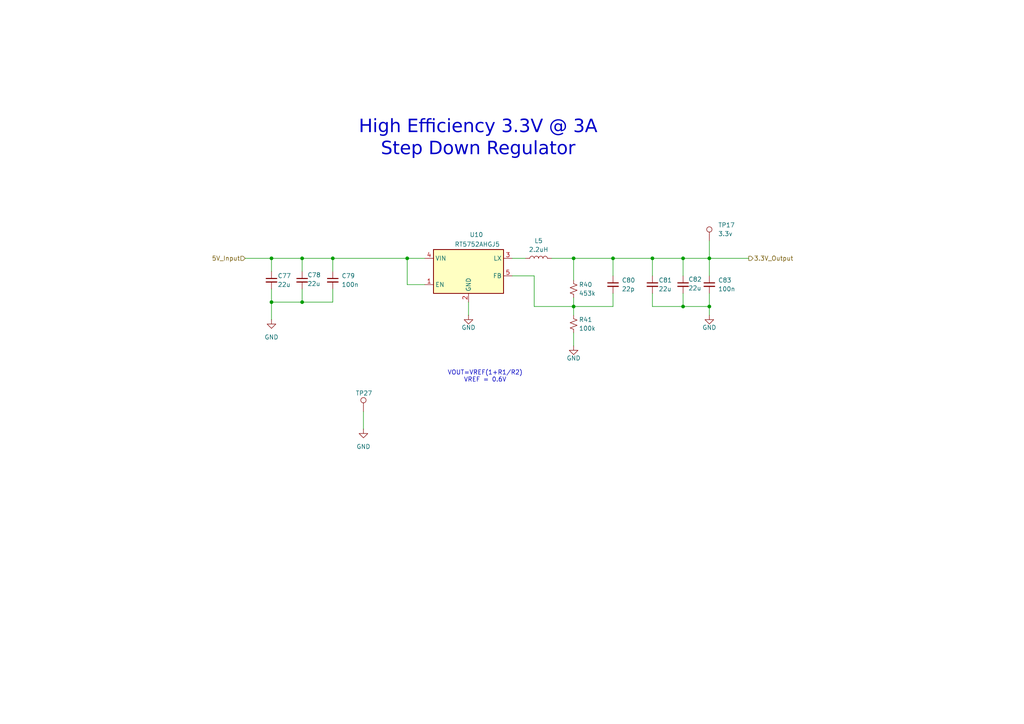
<source format=kicad_sch>
(kicad_sch (version 20250114) (generator "eeschema") (generator_version "9.0")
  (paper "A4")
  (lib_symbols
    (symbol "Connector:TestPoint" (pin_numbers (hide yes)) (pin_names (offset 0.762) (hide yes))
      (property "Reference" "TP" (at 0 6.858 0))
      (property "Value" "TestPoint" (at 0 5.08 0))
      (symbol "TestPoint_0_1"
        (circle (center 0 3.302) (radius 0.762))
      )
      (symbol "TestPoint_1_1"
        (pin passive line (at 0 0 90) (length 2.54) (name "1") (number "1"))
      )
    )
    (symbol "Device:C_Small" (pin_numbers (hide yes)) (pin_names (offset 0.254) (hide yes))
      (property "Reference" "C" (at 0.254 1.778 0))
      (property "Value" "C_Small" (at 0.254 -2.032 0))
      (symbol "C_Small_0_1"
        (polyline (pts (xy -1.524 0.508) (xy 1.524 0.508)) (stroke (width 0.3048)))
        (polyline (pts (xy -1.524 -0.508) (xy 1.524 -0.508)) (stroke (width 0.3302)))
      )
      (symbol "C_Small_1_1"
        (pin passive line (at 0 2.54 270) (length 2.032) (name "~") (number "1"))
        (pin passive line (at 0 -2.54 90) (length 2.032) (name "~") (number "2"))
      )
    )
    (symbol "Device:L" (pin_numbers (hide yes)) (pin_names (offset 1.016) (hide yes))
      (property "Reference" "L" (at -1.27 0 90))
      (property "Value" "L" (at 1.905 0 90))
      (symbol "L_0_1"
        (arc (start 0 2.54) (mid 0.6323 1.905) (end 0 1.27))
        (arc (start 0 1.27) (mid 0.6323 0.635) (end 0 0))
        (arc (start 0 0) (mid 0.6323 -0.635) (end 0 -1.27))
        (arc (start 0 -1.27) (mid 0.6323 -1.905) (end 0 -2.54))
      )
      (symbol "L_1_1"
        (pin passive line (at 0 3.81 270) (length 1.27) (name "1") (number "1"))
        (pin passive line (at 0 -3.81 90) (length 1.27) (name "2") (number "2"))
      )
    )
    (symbol "Device:R_Small_US" (pin_numbers (hide yes)) (pin_names (offset 0.254) (hide yes))
      (property "Reference" "R" (at 0.762 0.508 0))
      (property "Value" "R_Small_US" (at 0.762 -1.016 0))
      (symbol "R_Small_US_1_1"
        (polyline (pts (xy 0 1.524) (xy 1.016 1.143) (xy 0 0.762) (xy -1.016 0.381) (xy 0 0)))
        (polyline (pts (xy 0 0) (xy 1.016 -0.381) (xy 0 -0.762) (xy -1.016 -1.143) (xy 0 -1.524)))
        (pin passive line (at 0 2.54 270) (length 1.016) (name "~") (number "1"))
        (pin passive line (at 0 -2.54 90) (length 1.016) (name "~") (number "2"))
      )
    )
    (symbol "Regulator_Linear:MIC29302WU"
      (property "Reference" "U13" (at -0.254 10.922 0))
      (property "Value" "SY8089AAAC" (at 0 8.382 0))
      (symbol "MIC29302WU_1_1"
        (rectangle (start -12.7 7.62) (end 7.62 -5.08) (stroke (width 0.254)) (fill (type background)))
        (pin power_in line (at -15.24 5.08 0) (length 2.54) (name "VIN") (number "4"))
        (pin input line (at -15.24 -2.54 0) (length 2.54) (name "EN") (number "1"))
        (pin power_in line (at -2.54 -7.62 90) (length 2.54) (name "GND") (number "2"))
        (pin input line (at 10.16 5.08 180) (length 2.54) (name "LX") (number "3"))
        (pin input line (at 10.16 0 180) (length 2.54) (name "FB") (number "5"))
      )
    )
    (symbol "power:GND" (power) (pin_numbers (hide yes)) (pin_names (offset 0) (hide yes))
      (property "Value" "GND" (at 0 -3.81 0))
      (symbol "GND_0_1"
        (polyline (pts (xy 0 0) (xy 0 -1.27) (xy 1.27 -1.27) (xy 0 -2.54) (xy -1.27 -1.27) (xy 0 -1.27)))
      )
      (symbol "GND_1_1"
        (pin power_in line (at 0 0 270) (length 0) (name "~") (number "1"))
      )
    )
  )
  (text "VOUT=VREF(1+R1/R2)\nVREF = 0.6V" (at 140.716 109.22 0) (effects (font (size 1.27 1.27))))
  (text "High Efficiency 3.3V @ 3A\nStep Down Regulator" (at 138.684 41.148 0) (effects (font (size 3.81 3.81))))
  (junction (at 177.8 74.93))
  (junction (at 205.74 88.9))
  (junction (at 87.63 87.63))
  (junction (at 166.37 88.9))
  (junction (at 96.52 74.93))
  (junction (at 78.74 87.63))
  (junction (at 198.12 88.9))
  (junction (at 166.37 74.93))
  (junction (at 118.11 74.93))
  (junction (at 198.12 74.93))
  (junction (at 78.74 74.93))
  (junction (at 87.63 74.93))
  (junction (at 205.74 74.93))
  (junction (at 189.23 74.93))
  (wire (pts (xy 198.12 74.93) (xy 205.74 74.93)))
  (wire (pts (xy 205.74 74.93) (xy 217.17 74.93)))
  (wire (pts (xy 148.59 74.93) (xy 152.4 74.93)))
  (wire (pts (xy 96.52 74.93) (xy 87.63 74.93)))
  (wire (pts (xy 189.23 85.09) (xy 189.23 88.9)))
  (wire (pts (xy 177.8 74.93) (xy 189.23 74.93)))
  (wire (pts (xy 205.74 69.85) (xy 205.74 74.93)))
  (wire (pts (xy 135.89 87.63) (xy 135.89 91.44)))
  (wire (pts (xy 166.37 88.9) (xy 166.37 91.44)))
  (wire (pts (xy 198.12 85.09) (xy 198.12 88.9)))
  (wire (pts (xy 96.52 83.82) (xy 96.52 87.63)))
  (wire (pts (xy 189.23 74.93) (xy 189.23 80.01)))
  (wire (pts (xy 177.8 74.93) (xy 177.8 80.01)))
  (wire (pts (xy 166.37 96.52) (xy 166.37 100.33)))
  (wire (pts (xy 189.23 88.9) (xy 198.12 88.9)))
  (wire (pts (xy 198.12 88.9) (xy 205.74 88.9)))
  (wire (pts (xy 177.8 85.09) (xy 177.8 88.9)))
  (wire (pts (xy 105.41 119.38) (xy 105.41 124.46)))
  (wire (pts (xy 205.74 74.93) (xy 205.74 80.01)))
  (wire (pts (xy 96.52 87.63) (xy 87.63 87.63)))
  (wire (pts (xy 205.74 88.9) (xy 205.74 91.44)))
  (wire (pts (xy 71.12 74.93) (xy 78.74 74.93)))
  (wire (pts (xy 154.94 80.01) (xy 154.94 88.9)))
  (wire (pts (xy 189.23 74.93) (xy 198.12 74.93)))
  (wire (pts (xy 154.94 88.9) (xy 166.37 88.9)))
  (wire (pts (xy 118.11 82.55) (xy 123.19 82.55)))
  (wire (pts (xy 205.74 85.09) (xy 205.74 88.9)))
  (wire (pts (xy 166.37 86.36) (xy 166.37 88.9)))
  (wire (pts (xy 198.12 80.01) (xy 198.12 74.93)))
  (wire (pts (xy 118.11 74.93) (xy 118.11 82.55)))
  (wire (pts (xy 166.37 74.93) (xy 177.8 74.93)))
  (wire (pts (xy 148.59 80.01) (xy 154.94 80.01)))
  (wire (pts (xy 78.74 83.82) (xy 78.74 87.63)))
  (wire (pts (xy 87.63 74.93) (xy 78.74 74.93)))
  (wire (pts (xy 78.74 74.93) (xy 78.74 78.74)))
  (wire (pts (xy 87.63 78.74) (xy 87.63 74.93)))
  (wire (pts (xy 96.52 74.93) (xy 96.52 78.74)))
  (wire (pts (xy 160.02 74.93) (xy 166.37 74.93)))
  (wire (pts (xy 87.63 87.63) (xy 78.74 87.63)))
  (wire (pts (xy 123.19 74.93) (xy 118.11 74.93)))
  (wire (pts (xy 166.37 74.93) (xy 166.37 81.28)))
  (wire (pts (xy 177.8 88.9) (xy 166.37 88.9)))
  (wire (pts (xy 96.52 74.93) (xy 118.11 74.93)))
  (wire (pts (xy 87.63 83.82) (xy 87.63 87.63)))
  (wire (pts (xy 78.74 87.63) (xy 78.74 92.71)))
  (hierarchical_label "3.3V_Output" (shape output) (at 217.17 74.93 0))
  (hierarchical_label "5V_Input" (shape input) (at 71.12 74.93 180))
  (symbol (lib_id "Device:C_Small") (at 78.74 81.28 0) (unit 1)
    (property "Reference" "C77" (at 80.518 80.01 0) (effects (justify left)))
    (property "Value" "22u" (at 80.518 82.55 0) (effects (justify left)))
    (property "Footprint" "Capacitor_SMD:C_0402_1005Metric" (effects (hide yes)))
    (property "Description" "25V 1uF X5R ±10% 0402 Multilayer Ceramic Capacitors" (effects (hide yes)))
    (instances (project "Flybot_FC" (path "" (reference "C77") (unit 1))) (project "SafiVolt_Main" (path "" (reference "C32") (unit 1))))
  )
  (symbol (lib_id "Device:C_Small") (at 96.52 81.28 0) (unit 1)
    (property "Reference" "C79" (at 99.06 80.0162 0) (effects (justify left)))
    (property "Value" "100n" (at 99.06 82.5562 0) (effects (justify left)))
    (property "Footprint" "Capacitor_SMD:C_0402_1005Metric" (effects (hide yes)))
    (property "Description" "50V 100nF X7R ±10% 0402 Multilayer Ceramic Capacitors" (effects (hide yes)))
    (instances (project "Flybot_FC" (path "" (reference "C79") (unit 1))) (project "SafiVolt_Main" (path "" (reference "C33") (unit 1))))
  )
  (symbol (lib_id "Device:C_Small") (at 205.74 82.55 0) (unit 1)
    (property "Reference" "C83" (at 208.28 81.2862 0) (effects (justify left)))
    (property "Value" "100n" (at 208.28 83.8262 0) (effects (justify left)))
    (property "Footprint" "Capacitor_SMD:C_0402_1005Metric" (effects (hide yes)))
    (property "Description" "50V 100nF X7R ±10% 0402 Multilayer Ceramic Capacitors" (effects (hide yes)))
    (instances (project "Flybot_FC" (path "" (reference "C83") (unit 1))) (project "SafiVolt_Main" (path "" (reference "C30") (unit 1))))
  )
  (symbol (lib_id "power:GND") (at 205.74 91.44 0) (unit 1)
    (property "Reference" "#PWR0110" (effects (hide yes)))
    (property "Value" "GND" (at 205.74 94.996 0))
    (property "Description" "Power symbol creates a global label with name \"GND\" , ground" (effects (hide yes)))
    (instances (project "Flybot_FC" (path "" (reference "#PWR0110") (unit 1))) (project "SafiVolt_Main" (path "" (reference "#PWR0116") (unit 1))))
  )
  (symbol (lib_id "Device:C_Small") (at 189.23 82.55 0) (unit 1)
    (property "Reference" "C81" (at 191.008 81.28 0) (effects (justify left)))
    (property "Value" "22u" (at 191.008 83.82 0) (effects (justify left)))
    (property "Footprint" "Capacitor_SMD:C_0402_1005Metric" (effects (hide yes)))
    (property "Description" "25V 1uF X5R ±10% 0402 Multilayer Ceramic Capacitors" (effects (hide yes)))
    (instances (project "Flybot_FC" (path "" (reference "C81") (unit 1))) (project "SafiVolt_Main" (path "" (reference "C1") (unit 1))))
  )
  (symbol (lib_id "Connector:TestPoint") (at 205.74 69.85 0) (unit 1)
    (property "Reference" "TP17" (at 208.28 65.2779 0) (effects (justify left)))
    (property "Value" "3.3v" (at 208.28 67.8179 0) (effects (justify left)))
    (property "Footprint" "TestPoint:TestPoint_Pad_D1.0mm" (effects (hide yes)))
    (property "Description" "test point" (effects (hide yes)))
    (instances (project "Flybot_FC" (path "" (reference "TP17") (unit 1))) (project "SafiVolt_Main" (path "" (reference "TP16") (unit 1))))
  )
  (symbol (lib_id "power:GND") (at 78.74 92.71 0) (unit 1)
    (property "Reference" "#PWR0111" (effects (hide yes)))
    (property "Value" "GND" (at 78.74 97.79 0))
    (property "Description" "Power symbol creates a global label with name \"GND\" , ground" (effects (hide yes)))
    (instances (project "Flybot_FC" (path "" (reference "#PWR0111") (unit 1))) (project "SafiVolt_Main" (path "" (reference "#PWR0109") (unit 1))))
  )
  (symbol (lib_id "power:GND") (at 105.41 124.46 0) (unit 1)
    (property "Reference" "#PWR0116" (effects (hide yes)))
    (property "Value" "GND" (at 105.41 129.54 0))
    (property "Description" "Power symbol creates a global label with name \"GND\" , ground" (effects (hide yes)))
  )
  (symbol (lib_id "power:GND") (at 166.37 100.33 0) (unit 1)
    (property "Reference" "#PWR0112" (effects (hide yes)))
    (property "Value" "GND" (at 166.37 103.886 0))
    (property "Description" "Power symbol creates a global label with name \"GND\" , ground" (effects (hide yes)))
    (instances (project "Flybot_FC" (path "" (reference "#PWR0112") (unit 1))) (project "SafiVolt_Main" (path "" (reference "#PWR0114") (unit 1))))
  )
  (symbol (lib_id "Device:C_Small") (at 87.63 81.28 0) (unit 1)
    (property "Reference" "C78" (at 89.154 79.756 0) (effects (justify left)))
    (property "Value" "22u" (at 89.154 82.296 0) (effects (justify left)))
    (property "Footprint" "Capacitor_SMD:C_0402_1005Metric" (effects (hide yes)))
    (property "Description" "50V 100nF X7R ±10% 0402 Multilayer Ceramic Capacitors" (effects (hide yes)))
    (instances (project "Flybot_FC" (path "" (reference "C78") (unit 1))) (project "SafiVolt_Main" (path "" (reference "C31") (unit 1))))
  )
  (symbol (lib_id "Regulator_Linear:MIC29302WU") (at 138.43 80.01 0) (unit 1)
    (property "Reference" "U10" (at 138.176 68.072 0))
    (property "Value" "RT5752AHGJ5" (at 138.43 70.866 0))
    (property "Footprint" "Package_TO_SOT_SMD:SOT-23-5" (effects (hide yes)))
    (property "Datasheet" "https://www.richtek.com/assets/product_file/RT5752A=RT5752B/DS5752AB-02.pdf" (effects (hide yes)))
    (property "Description" "3A low dropout linear regulator, adjustable output, TO-263" (effects (hide yes)))
    (instances (project "Flybot_FC" (path "" (reference "U10") (unit 1))) (project "SafiVolt_Main" (path "" (reference "U13") (unit 1))))
  )
  (symbol (lib_id "Connector:TestPoint") (at 105.41 119.38 0) (unit 1)
    (property "Reference" "TP27" (at 103.124 114.046 0) (effects (justify left)))
    (property "Value" "TestPoint" (effects (hide yes)))
    (property "Footprint" "TestPoint:TestPoint_Pad_D1.0mm" (effects (hide yes)))
    (property "Description" "test point" (effects (hide yes)))
  )
  (symbol (lib_id "Device:C_Small") (at 177.8 82.55 0) (unit 1)
    (property "Reference" "C80" (at 180.34 81.2862 0) (effects (justify left)))
    (property "Value" "22p" (at 180.34 83.8262 0) (effects (justify left)))
    (property "Footprint" "Capacitor_SMD:C_0402_1005Metric" (effects (hide yes)))
    (property "Description" "50V 100nF X7R ±10% 0402 Multilayer Ceramic Capacitors" (effects (hide yes)))
    (instances (project "Flybot_FC" (path "" (reference "C80") (unit 1))) (project "SafiVolt_Main" (path "" (reference "C106") (unit 1))))
  )
  (symbol (lib_id "Device:R_Small_US") (at 166.37 93.98 0) (unit 1)
    (property "Reference" "R41" (at 167.894 92.71 0) (effects (justify left)))
    (property "Value" "100k" (at 167.894 95.25 0) (effects (justify left)))
    (property "Footprint" "Resistor_SMD:R_0402_1005Metric" (effects (hide yes)))
    (property "Description" "Resistor, small US symbol" (effects (hide yes)))
    (instances (project "Flybot_FC" (path "" (reference "R41") (unit 1))) (project "SafiVolt_Main" (path "" (reference "R85") (unit 1))))
  )
  (symbol (lib_id "Device:R_Small_US") (at 166.37 83.82 0) (unit 1)
    (property "Reference" "R40" (at 167.894 82.55 0) (effects (justify left)))
    (property "Value" "453k" (at 167.894 85.09 0) (effects (justify left)))
    (property "Footprint" "Resistor_SMD:R_0402_1005Metric" (effects (hide yes)))
    (property "Description" "Resistor, small US symbol" (effects (hide yes)))
    (instances (project "Flybot_FC" (path "" (reference "R40") (unit 1))) (project "SafiVolt_Main" (path "" (reference "R83") (unit 1))))
  )
  (symbol (lib_id "power:GND") (at 135.89 91.44 0) (unit 1)
    (property "Reference" "#PWR0109" (effects (hide yes)))
    (property "Value" "GND" (at 135.89 94.996 0))
    (property "Description" "Power symbol creates a global label with name \"GND\" , ground" (effects (hide yes)))
    (instances (project "Flybot_FC" (path "" (reference "#PWR0109") (unit 1))) (project "SafiVolt_Main" (path "" (reference "#PWR0113") (unit 1))))
  )
  (symbol (lib_id "Device:L") (at 156.21 74.93 90) (unit 1)
    (property "Reference" "L5" (at 156.21 69.85 90))
    (property "Value" "2.2uH" (at 156.21 72.39 90))
    (property "Footprint" "Inductor_SMD:L_Murata_DFE201610P" (effects (hide yes)))
    (property "Description" "Inductor" (effects (hide yes)))
    (property "MPN" " APH201610C2R2MP01" (effects (hide yes)))
    (instances (project "Flybot_FC" (path "" (reference "L5") (unit 1))) (project "SafiVolt_Main" (path "" (reference "L16") (unit 1))))
  )
  (symbol (lib_id "Device:C_Small") (at 198.12 82.55 0) (unit 1)
    (property "Reference" "C82" (at 199.644 81.026 0) (effects (justify left)))
    (property "Value" "22u" (at 199.644 83.566 0) (effects (justify left)))
    (property "Footprint" "Capacitor_SMD:C_0402_1005Metric" (effects (hide yes)))
    (property "Description" "50V 100nF X7R ±10% 0402 Multilayer Ceramic Capacitors" (effects (hide yes)))
    (instances (project "Flybot_FC" (path "" (reference "C82") (unit 1))) (project "SafiVolt_Main" (path "" (reference "C2") (unit 1))))
  )
)
</source>
